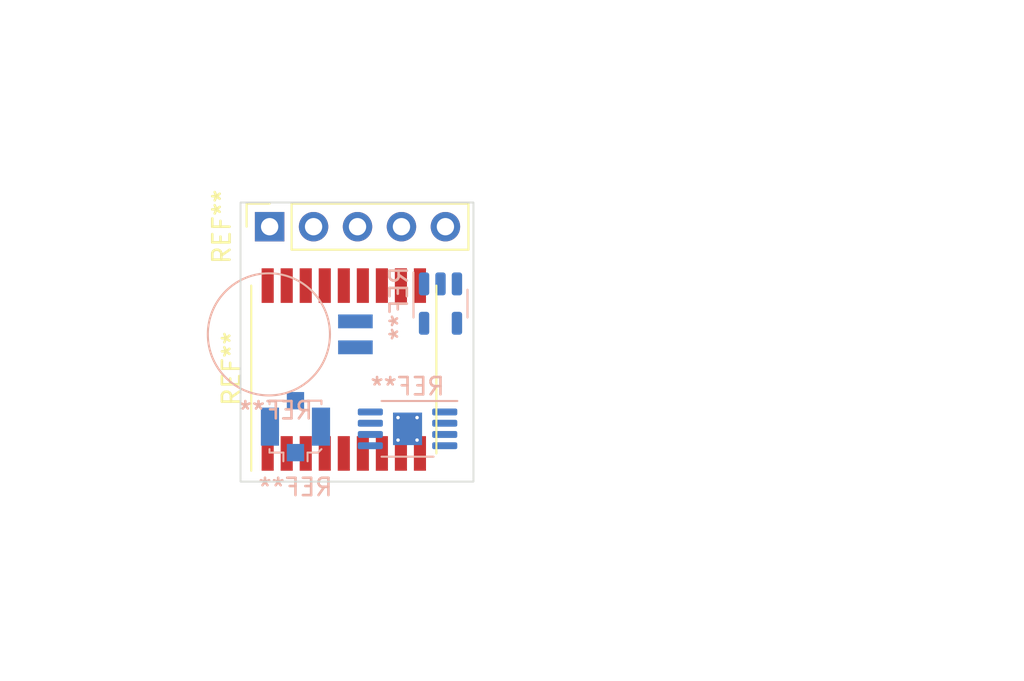
<source format=kicad_pcb>
(kicad_pcb (version 20211014) (generator pcbnew)
  (layers (0 "F.Cu" signal) (31 "B.Cu" signal) (34 "B.Paste" user) (35 "F.Paste" user) (36 "B.SilkS" user "B.Silkscreen") (37 "F.SilkS" user "F.Silkscreen") (38 "B.Mask" user) (39 "F.Mask" user) (44 "Edge.Cuts" user))
  (net 0 "")
  (footprint "Connector_PinSocket_2.54mm:PinSocket_1x05_P2.54mm_Vertical" (layer "F.Cu") (at 1.681 1.397 90)
    (fp_text reference "REF**" (at 0 -2.77 90) (layer "F.SilkS"))
    (fp_text value "PinSocket_1x05_P2.54mm_Vertical")
    (fp_line (start 0 -1.33) (end 1.33 -1.33) (layer "F.SilkS") (width 0.12))
    (fp_line (start -1.33 1.27) (end 1.33 1.27) (layer "F.SilkS") (width 0.12))
    (fp_line (start 1.33 1.27) (end 1.33 11.49) (layer "F.SilkS") (width 0.12))
    (fp_line (start -1.33 11.49) (end 1.33 11.49) (layer "F.SilkS") (width 0.12))
    (fp_line (start 1.33 -1.33) (end 1.33 0) (layer "F.SilkS") (width 0.12))
    (fp_line (start -1.33 1.27) (end -1.33 11.49) (layer "F.SilkS") (width 0.12))
    (pad "1" thru_hole rect (at 0 0 90) (size 1.7 1.7) (drill 1) (layers *.Cu *.Mask))
    (pad "2" thru_hole oval (at 0 2.54 90) (size 1.7 1.7) (drill 1) (layers *.Cu *.Mask))
    (pad "3" thru_hole oval (at 0 5.08 90) (size 1.7 1.7) (drill 1) (layers *.Cu *.Mask))
    (pad "4" thru_hole oval (at 0 7.62 90) (size 1.7 1.7) (drill 1) (layers *.Cu *.Mask))
    (pad "5" thru_hole oval (at 0 10.16 90) (size 1.7 1.7) (drill 1) (layers *.Cu *.Mask))
  )
  (footprint "RF_GPS:SIM28ML" (layer "F.Cu") (at 5.969 9.652 90)
    (fp_text reference "REF**" (at 0.05 -6.5 90) (layer "F.SilkS"))
    (fp_text value "SIM28ML")
    (fp_line (start -4.85 5.35) (end 4.85 5.35) (layer "F.SilkS") (width 0.12))
    (fp_line (start -5.85 -5.35) (end 4.85 -5.35) (layer "F.SilkS") (width 0.12))
    (pad "1" smd rect (at -4.85 -4.4 90) (size 2 0.7) (layers "F.Cu" "F.Paste" "F.Mask"))
    (pad "2" smd rect (at -4.85 -3.3 90) (size 2 0.7) (layers "F.Cu" "F.Paste" "F.Mask"))
    (pad "3" smd rect (at -4.85 -2.2 90) (size 2 0.7) (layers "F.Cu" "F.Paste" "F.Mask"))
    (pad "4" smd rect (at -4.85 -1.1 90) (size 2 0.7) (layers "F.Cu" "F.Paste" "F.Mask"))
    (pad "5" smd rect (at -4.85 0 90) (size 2 0.7) (layers "F.Cu" "F.Paste" "F.Mask"))
    (pad "6" smd rect (at -4.85 1.1 90) (size 2 0.7) (layers "F.Cu" "F.Paste" "F.Mask"))
    (pad "7" smd rect (at -4.85 2.2 90) (size 2 0.7) (layers "F.Cu" "F.Paste" "F.Mask"))
    (pad "8" smd rect (at -4.85 3.3 90) (size 2 0.7) (layers "F.Cu" "F.Paste" "F.Mask"))
    (pad "9" smd rect (at -4.85 4.4 90) (size 2 0.7) (layers "F.Cu" "F.Paste" "F.Mask"))
    (pad "10" smd rect (at 4.85 4.4 90) (size 2 0.7) (layers "F.Cu" "F.Paste" "F.Mask"))
    (pad "11" smd rect (at 4.85 3.3 90) (size 2 0.7) (layers "F.Cu" "F.Paste" "F.Mask"))
    (pad "12" smd rect (at 4.85 2.2 90) (size 2 0.7) (layers "F.Cu" "F.Paste" "F.Mask"))
    (pad "13" smd rect (at 4.85 1.1 90) (size 2 0.7) (layers "F.Cu" "F.Paste" "F.Mask"))
    (pad "14" smd rect (at 4.85 0 90) (size 2 0.7) (layers "F.Cu" "F.Paste" "F.Mask"))
    (pad "15" smd rect (at 4.85 -1.1 90) (size 2 0.7) (layers "F.Cu" "F.Paste" "F.Mask"))
    (pad "16" smd rect (at 4.85 -2.2 90) (size 2 0.7) (layers "F.Cu" "F.Paste" "F.Mask"))
    (pad "17" smd rect (at 4.85 -3.3 90) (size 2 0.7) (layers "F.Cu" "F.Paste" "F.Mask"))
    (pad "18" smd rect (at 4.85 -4.4 90) (size 2 0.7) (layers "F.Cu" "F.Paste" "F.Mask"))
  )
  (footprint "Package_SO:MSOP-8-1EP_3x3mm_P0.65mm_EP1.68x1.88mm_ThermalVias" (layer "B.Cu") (at 9.652 13.081 180)
    (fp_text reference "REF**" (at 0 2.45) (layer "B.SilkS") (effects (justify mirror)))
    (fp_text value "MSOP-8-1EP_3x3mm_P0.65mm_EP1.68x1.88mm_ThermalVias")
    (fp_line (start 0 -1.61) (end 1.5 -1.61) (layer "B.SilkS") (width 0.12))
    (fp_line (start 0 1.61) (end -2.875 1.61) (layer "B.SilkS") (width 0.12))
    (fp_line (start 0 -1.61) (end -1.5 -1.61) (layer "B.SilkS") (width 0.12))
    (fp_line (start 0 1.61) (end 1.5 1.61) (layer "B.SilkS") (width 0.12))
    (pad "1" smd roundrect (at -2.15 0.975 180) (size 1.45 0.4) (layers "B.Cu" "B.Paste" "B.Mask"))
    (pad "2" smd roundrect (at -2.15 0.325 180) (size 1.45 0.4) (layers "B.Cu" "B.Paste" "B.Mask"))
    (pad "3" smd roundrect (at -2.15 -0.325 180) (size 1.45 0.4) (layers "B.Cu" "B.Paste" "B.Mask"))
    (pad "4" smd roundrect (at -2.15 -0.975 180) (size 1.45 0.4) (layers "B.Cu" "B.Paste" "B.Mask"))
    (pad "5" smd roundrect (at 2.15 -0.975 180) (size 1.45 0.4) (layers "B.Cu" "B.Paste" "B.Mask"))
    (pad "6" smd roundrect (at 2.15 -0.325 180) (size 1.45 0.4) (layers "B.Cu" "B.Paste" "B.Mask"))
    (pad "7" smd roundrect (at 2.15 0.325 180) (size 1.45 0.4) (layers "B.Cu" "B.Paste" "B.Mask"))
    (pad "8" smd roundrect (at 2.15 0.975 180) (size 1.45 0.4) (layers "B.Cu" "B.Paste" "B.Mask"))
    (pad "9" smd rect (at 0 0 180) (size 1.6 1.8) (layers "F.Cu"))
    (pad "9" thru_hole circle (at 0.55 -0.65 180) (size 0.5 0.5) (drill 0.2) (layers *.Cu))
    (pad "9" thru_hole circle (at 0.55 0.65 180) (size 0.5 0.5) (drill 0.2) (layers *.Cu))
    (pad "9" smd rect (at 0 0 180) (size 1.68 1.88) (layers "B.Cu" "B.Mask"))
    (pad "9" thru_hole circle (at -0.55 0.65 180) (size 0.5 0.5) (drill 0.2) (layers *.Cu))
    (pad "9" thru_hole circle (at -0.55 -0.65 180) (size 0.5 0.5) (drill 0.2) (layers *.Cu))
  )
  (footprint "Package_TO_SOT_SMD:SOT-23-5" (layer "B.Cu") (at 11.557 5.842 -90)
    (fp_text reference "REF**" (at 0 2.4 90) (layer "B.SilkS") (effects (justify mirror)))
    (fp_text value "SOT-23-5")
    (fp_line (start 0 -1.56) (end -0.8 -1.56) (layer "B.SilkS") (width 0.12))
    (fp_line (start 0 1.56) (end -1.8 1.56) (layer "B.SilkS") (width 0.12))
    (fp_line (start 0 1.56) (end 0.8 1.56) (layer "B.SilkS") (width 0.12))
    (fp_line (start 0 -1.56) (end 0.8 -1.56) (layer "B.SilkS") (width 0.12))
    (pad "1" smd roundrect (at -1.1375 0.95 270) (size 1.325 0.6) (layers "B.Cu" "B.Paste" "B.Mask"))
    (pad "2" smd roundrect (at -1.1375 0 270) (size 1.325 0.6) (layers "B.Cu" "B.Paste" "B.Mask"))
    (pad "3" smd roundrect (at -1.1375 -0.95 270) (size 1.325 0.6) (layers "B.Cu" "B.Paste" "B.Mask"))
    (pad "4" smd roundrect (at 1.1375 -0.95 270) (size 1.325 0.6) (layers "B.Cu" "B.Paste" "B.Mask"))
    (pad "5" smd roundrect (at 1.1375 0.95 270) (size 1.325 0.6) (layers "B.Cu" "B.Paste" "B.Mask"))
  )
  (footprint "Battery:BatteryHolder_Seiko_MS621F" (layer "B.Cu") (at 6.639102 7.62)
    (fp_text reference "REF**" (at -4.6 4.4) (layer "B.SilkS") (effects (justify mirror)))
    (fp_text value "BatteryHolder_Seiko_MS621F")
    (fp_circle (center -5 0) (end -1.47 0) (layer "B.SilkS") (width 0.12) (fill none))
    (pad "1" smd rect (at 0 0.75) (size 2 0.8) (layers "B.Cu" "B.Paste" "B.Mask"))
    (pad "2" smd rect (at 0 -0.75) (size 2 0.8) (layers "B.Cu" "B.Paste" "B.Mask"))
  )
  (footprint "Connector_Coaxial:U.FL_Molex_MCRF_73412-0110_Vertical" (layer "B.Cu") (at 3.175 12.954 180)
    (fp_text reference "REF**" (at 0 -3.5) (layer "B.SilkS") (effects (justify mirror)))
    (fp_text value "U.FL_Molex_MCRF_73412-0110_Vertical")
    (fp_line (start -1.5 1.5) (end -0.7 1.5) (layer "B.SilkS") (width 0.12))
    (fp_line (start -0.7 -1.5) (end -1.3 -1.5) (layer "B.SilkS") (width 0.12))
    (fp_line (start 1.5 -1.3) (end 1.5 -1.5) (layer "B.SilkS") (width 0.12))
    (fp_line (start -1.3 -1.5) (end -1.5 -1.3) (layer "B.SilkS") (width 0.12))
    (fp_line (start -0.7 -1.5) (end -0.7 -2) (layer "B.SilkS") (width 0.12))
    (fp_line (start 1.5 1.5) (end 1.5 1.3) (layer "B.SilkS") (width 0.12))
    (fp_line (start 0.7 1.5) (end 1.5 1.5) (layer "B.SilkS") (width 0.12))
    (fp_line (start 1.5 -1.5) (end 0.7 -1.5) (layer "B.SilkS") (width 0.12))
    (fp_line (start -1.5 1.3) (end -1.5 1.5) (layer "B.SilkS") (width 0.12))
    (fp_line (start 0.7 -1.5) (end 0.7 -2) (layer "B.SilkS") (width 0.12))
    (pad "1" smd rect (at 0 -1.5 180) (size 1 1) (layers "B.Cu" "B.Paste" "B.Mask"))
    (pad "2" smd rect (at -1.475 0 180) (size 1.05 2.2) (layers "B.Cu" "B.Paste" "B.Mask"))
    (pad "2" smd rect (at 0 1.5 180) (size 1 1) (layers "B.Cu" "B.Paste" "B.Mask"))
    (pad "2" smd rect (at 1.475 0 180) (size 1.05 2.2) (layers "B.Cu" "B.Paste" "B.Mask"))
  )
  (gr_rect (start 13.462 0) (end 0 16.129) (layer "Edge.Cuts") (width 0.1) (fill none))
)
</source>
